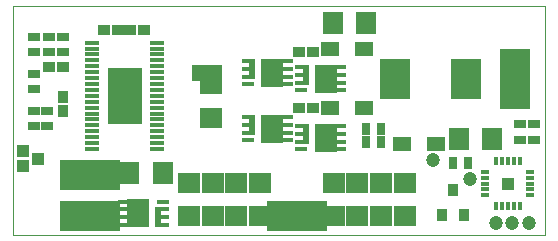
<source format=gts>
G75*
%MOIN*%
%OFA0B0*%
%FSLAX25Y25*%
%IPPOS*%
%LPD*%
%AMOC8*
5,1,8,0,0,1.08239X$1,22.5*
%
%ADD10C,0.00000*%
%ADD11R,0.04337X0.01778*%
%ADD12R,0.01975X0.06896*%
%ADD13R,0.07487X0.09455*%
%ADD14R,0.07498X0.06699*%
%ADD15R,0.06699X0.07498*%
%ADD16R,0.06306X0.05124*%
%ADD17R,0.07487X0.06699*%
%ADD18R,0.06699X0.07487*%
%ADD19R,0.04731X0.01640*%
%ADD20R,0.11227X0.19101*%
%ADD21R,0.04042X0.03313*%
%ADD22R,0.03313X0.04042*%
%ADD23R,0.10243X0.13195*%
%ADD24R,0.03943X0.03156*%
%ADD25R,0.03156X0.03943*%
%ADD26R,0.04337X0.04337*%
%ADD27R,0.01581X0.02959*%
%ADD28R,0.02959X0.01581*%
%ADD29R,0.03550X0.03943*%
%ADD30R,0.20400X0.10400*%
%ADD31R,0.10400X0.20400*%
%ADD32R,0.04400X0.04400*%
%ADD33R,0.10400X0.05400*%
%ADD34C,0.04731*%
D10*
X0002291Y0002097D02*
X0002291Y0078534D01*
X0179516Y0078534D01*
X0179516Y0002097D01*
X0002291Y0002097D01*
D11*
X0039102Y0005641D03*
X0039102Y0008200D03*
X0039102Y0010759D03*
X0039102Y0013318D03*
X0052094Y0013318D03*
X0052094Y0010759D03*
X0052094Y0008200D03*
X0052094Y0005641D03*
X0098157Y0030739D03*
X0098157Y0033298D03*
X0098157Y0035857D03*
X0098157Y0038416D03*
X0093433Y0038810D03*
X0093433Y0036251D03*
X0093433Y0033692D03*
X0080441Y0033692D03*
X0080441Y0036251D03*
X0080441Y0038810D03*
X0080441Y0041369D03*
X0093433Y0041369D03*
X0111150Y0038416D03*
X0111150Y0035857D03*
X0111150Y0033298D03*
X0111150Y0030739D03*
X0111150Y0050424D03*
X0111150Y0052983D03*
X0111150Y0055542D03*
X0111150Y0058101D03*
X0098157Y0058101D03*
X0098157Y0055542D03*
X0098157Y0052983D03*
X0098157Y0050424D03*
X0093433Y0052393D03*
X0093433Y0054952D03*
X0093433Y0057511D03*
X0093433Y0060070D03*
X0080441Y0060070D03*
X0080441Y0057511D03*
X0080441Y0054952D03*
X0080441Y0052393D03*
D12*
X0082016Y0057511D03*
X0099732Y0055542D03*
X0082016Y0038810D03*
X0099732Y0035857D03*
X0050520Y0008200D03*
D13*
X0043866Y0009479D03*
X0106386Y0034578D03*
X0088669Y0037530D03*
X0106386Y0054263D03*
X0088669Y0056231D03*
D14*
X0068236Y0052479D03*
X0068236Y0041282D03*
D15*
X0052181Y0022767D03*
X0040984Y0022767D03*
D16*
X0107803Y0044420D03*
X0119220Y0044420D03*
X0131917Y0032609D03*
X0143335Y0032609D03*
X0119220Y0064105D03*
X0107803Y0064105D03*
D17*
X0109083Y0019420D03*
X0116957Y0019420D03*
X0124831Y0019420D03*
X0132705Y0019420D03*
X0132705Y0008396D03*
X0124831Y0008396D03*
X0116957Y0008396D03*
X0109083Y0008396D03*
X0084476Y0008396D03*
X0076602Y0008396D03*
X0068728Y0008396D03*
X0060854Y0008396D03*
X0060854Y0019420D03*
X0068728Y0019420D03*
X0076602Y0019420D03*
X0084476Y0019420D03*
D18*
X0150815Y0034085D03*
X0161839Y0034085D03*
X0119870Y0072924D03*
X0108846Y0072924D03*
D19*
X0050205Y0066290D03*
X0050205Y0064322D03*
X0050205Y0062353D03*
X0050205Y0060385D03*
X0050205Y0058416D03*
X0050205Y0056448D03*
X0050205Y0054479D03*
X0050205Y0052511D03*
X0050205Y0050542D03*
X0050205Y0048574D03*
X0050205Y0046605D03*
X0050205Y0044637D03*
X0050205Y0042668D03*
X0050205Y0040700D03*
X0050205Y0038731D03*
X0050205Y0036763D03*
X0050205Y0034794D03*
X0050205Y0032826D03*
X0050205Y0030857D03*
X0028551Y0030857D03*
X0028551Y0032826D03*
X0028551Y0034794D03*
X0028551Y0036763D03*
X0028551Y0038731D03*
X0028551Y0040700D03*
X0028551Y0042668D03*
X0028551Y0044637D03*
X0028551Y0046605D03*
X0028551Y0048574D03*
X0028551Y0050542D03*
X0028551Y0052511D03*
X0028551Y0054479D03*
X0028551Y0056448D03*
X0028551Y0058416D03*
X0028551Y0060385D03*
X0028551Y0062353D03*
X0028551Y0064322D03*
X0028551Y0066290D03*
D20*
X0039378Y0048574D03*
D21*
X0018925Y0058200D03*
X0014201Y0058200D03*
X0032409Y0070503D03*
X0037134Y0070503D03*
X0041268Y0070503D03*
X0045992Y0070503D03*
X0097370Y0063121D03*
X0102094Y0063121D03*
X0102094Y0044420D03*
X0097370Y0044420D03*
D22*
X0019024Y0043534D03*
X0019024Y0048259D03*
D23*
X0129555Y0054263D03*
X0153177Y0054263D03*
D24*
X0171091Y0039105D03*
X0176012Y0039105D03*
X0176012Y0033987D03*
X0171091Y0033987D03*
X0019024Y0063022D03*
X0014102Y0063022D03*
X0009181Y0063022D03*
X0009181Y0068141D03*
X0014102Y0068141D03*
X0019024Y0068141D03*
X0009181Y0055837D03*
X0009181Y0050719D03*
X0009181Y0043534D03*
X0013610Y0043534D03*
X0013610Y0038416D03*
X0009181Y0038416D03*
D25*
X0119811Y0037530D03*
X0124929Y0037530D03*
X0124929Y0033101D03*
X0119811Y0033101D03*
X0148846Y0026211D03*
X0153965Y0026211D03*
D26*
X0167154Y0019322D03*
D27*
X0167154Y0011841D03*
X0165185Y0011841D03*
X0163217Y0011841D03*
X0169122Y0011841D03*
X0171091Y0011841D03*
X0171091Y0026802D03*
X0169122Y0026802D03*
X0167154Y0026802D03*
X0165185Y0026802D03*
X0163217Y0026802D03*
D28*
X0159673Y0023259D03*
X0159673Y0021290D03*
X0159673Y0019322D03*
X0159673Y0017353D03*
X0159673Y0015385D03*
X0174634Y0015385D03*
X0174634Y0017353D03*
X0174634Y0019322D03*
X0174634Y0021290D03*
X0174634Y0023259D03*
D29*
X0148945Y0017255D03*
X0152685Y0008987D03*
X0145205Y0008987D03*
D30*
X0096780Y0008495D03*
X0027882Y0008495D03*
X0027882Y0022274D03*
D31*
X0169614Y0054263D03*
D32*
X0010673Y0027648D03*
X0005673Y0025148D03*
X0005673Y0030148D03*
D33*
X0066760Y0056231D03*
D34*
X0142055Y0027196D03*
X0154358Y0020798D03*
X0163217Y0006034D03*
X0168630Y0006034D03*
X0174043Y0006034D03*
M02*

</source>
